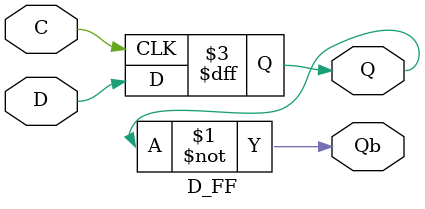
<source format=v>
module JK_FF (
    input J,
    input K,
    input C,
    output reg Q,
    output Qb
);
assign Qb = ~Q;

always @(posedge C) begin 
    case ({J,K})
        2'b00 : Q <= Q; 
        2'b01 : Q <= 0;
        2'b10 : Q <= 1;
        2'b11 : Q <= ~Q;
        default : Q <= Q;
    endcase
end
endmodule

module D_FF (
    input D,
    input C,

    output reg Q,
    output Qb
);
assign Qb = ~Q;

always @(posedge C) begin 
    Q <= D;
end

endmodule
</source>
